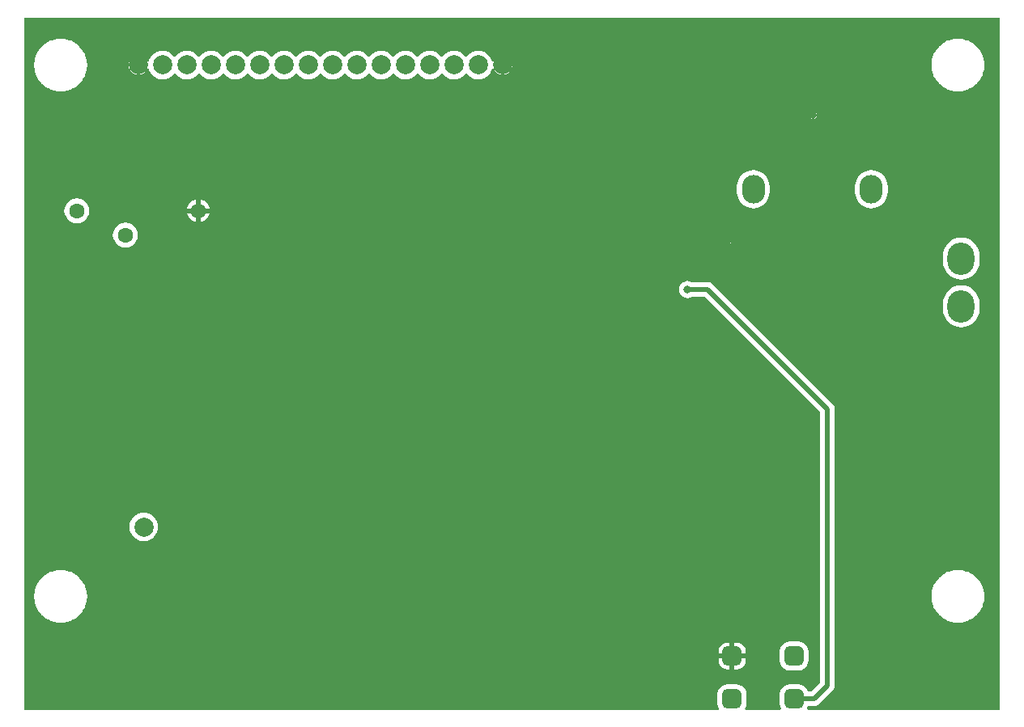
<source format=gtl>
G04 Layer_Physical_Order=1*
G04 Layer_Color=255*
%FSLAX44Y44*%
%MOMM*%
G71*
G01*
G75*
%ADD10C,0.5000*%
G04:AMPARAMS|DCode=11|XSize=2mm|YSize=2mm|CornerRadius=0.5mm|HoleSize=0mm|Usage=FLASHONLY|Rotation=0.000|XOffset=0mm|YOffset=0mm|HoleType=Round|Shape=RoundedRectangle|*
%AMROUNDEDRECTD11*
21,1,2.0000,1.0000,0,0,0.0*
21,1,1.0000,2.0000,0,0,0.0*
1,1,1.0000,0.5000,-0.5000*
1,1,1.0000,-0.5000,-0.5000*
1,1,1.0000,-0.5000,0.5000*
1,1,1.0000,0.5000,0.5000*
%
%ADD11ROUNDEDRECTD11*%
%ADD12O,2.4000X3.0000*%
%ADD13C,1.6000*%
%ADD14C,2.0000*%
%ADD15O,2.8000X3.4000*%
%ADD16C,0.8000*%
G36*
X1034902Y57598D02*
X834486D01*
X833924Y58737D01*
X833985Y58816D01*
X834992Y61249D01*
X834998Y61294D01*
X841359D01*
X843317Y61552D01*
X845142Y62308D01*
X846708Y63510D01*
X860349Y77151D01*
X860349Y77151D01*
X861551Y78718D01*
X862307Y80542D01*
X862565Y82500D01*
Y372500D01*
X862307Y374458D01*
X861551Y376282D01*
X860349Y377849D01*
X735349Y502849D01*
X733782Y504051D01*
X731958Y504807D01*
X730000Y505065D01*
X713739D01*
X713353Y505361D01*
X711163Y506268D01*
X708814Y506578D01*
X706464Y506268D01*
X704275Y505361D01*
X702395Y503919D01*
X700952Y502039D01*
X700045Y499850D01*
X699736Y497500D01*
X700045Y495150D01*
X700952Y492961D01*
X702395Y491081D01*
X704275Y489638D01*
X706464Y488732D01*
X708814Y488422D01*
X711163Y488732D01*
X713353Y489638D01*
X713739Y489935D01*
X726867D01*
X847435Y369367D01*
Y85633D01*
X838226Y76424D01*
X834998D01*
X834992Y76470D01*
X833985Y78902D01*
X832382Y80991D01*
X830293Y82594D01*
X827860Y83602D01*
X825250Y83946D01*
X815250D01*
X812639Y83602D01*
X810206Y82594D01*
X808118Y80991D01*
X806515Y78902D01*
X805507Y76470D01*
X805163Y73859D01*
Y63859D01*
X805507Y61249D01*
X806515Y58816D01*
X806575Y58737D01*
X806013Y57598D01*
X769486D01*
X768924Y58737D01*
X768985Y58816D01*
X769992Y61249D01*
X770336Y63859D01*
Y73859D01*
X769992Y76470D01*
X768985Y78902D01*
X767382Y80991D01*
X765293Y82594D01*
X762860Y83602D01*
X760250Y83946D01*
X750250D01*
X747639Y83602D01*
X745206Y82594D01*
X743118Y80991D01*
X741515Y78902D01*
X740507Y76470D01*
X740163Y73859D01*
Y63859D01*
X740507Y61249D01*
X741515Y58816D01*
X741575Y58737D01*
X741014Y57598D01*
X15098D01*
Y782402D01*
X1034902D01*
Y57598D01*
D02*
G37*
%LPC*%
G36*
X120800Y567712D02*
X117406Y567265D01*
X114244Y565956D01*
X111528Y563872D01*
X109445Y561156D01*
X108135Y557994D01*
X107688Y554600D01*
X108135Y551206D01*
X109445Y548044D01*
X111528Y545328D01*
X114244Y543245D01*
X117406Y541935D01*
X120800Y541488D01*
X124194Y541935D01*
X127356Y543245D01*
X130072Y545328D01*
X132156Y548044D01*
X133465Y551206D01*
X133912Y554600D01*
X133465Y557994D01*
X132156Y561156D01*
X130072Y563872D01*
X127356Y565956D01*
X124194Y567265D01*
X120800Y567712D01*
D02*
G37*
G36*
X756230Y546230D02*
X753674D01*
X753732Y545939D01*
X754616Y544616D01*
X755939Y543732D01*
X756230Y543674D01*
Y546230D01*
D02*
G37*
G36*
X995000Y502092D02*
X991275Y501725D01*
X987694Y500639D01*
X984393Y498874D01*
X981500Y496500D01*
X979126Y493607D01*
X977361Y490306D01*
X976275Y486725D01*
X975908Y483000D01*
Y477000D01*
X976275Y473275D01*
X977361Y469694D01*
X979126Y466393D01*
X981500Y463500D01*
X984393Y461126D01*
X987694Y459361D01*
X991275Y458275D01*
X995000Y457908D01*
X998725Y458275D01*
X1002306Y459361D01*
X1005607Y461126D01*
X1008500Y463500D01*
X1010874Y466393D01*
X1012639Y469694D01*
X1013725Y473275D01*
X1014092Y477000D01*
Y483000D01*
X1013725Y486725D01*
X1012639Y490306D01*
X1010874Y493607D01*
X1008500Y496500D01*
X1005607Y498874D01*
X1002306Y500639D01*
X998725Y501725D01*
X995000Y502092D01*
D02*
G37*
G36*
Y552092D02*
X991275Y551725D01*
X987694Y550639D01*
X984393Y548874D01*
X981500Y546500D01*
X979126Y543607D01*
X977361Y540306D01*
X976275Y536725D01*
X975908Y533000D01*
Y527000D01*
X976275Y523275D01*
X977361Y519694D01*
X979126Y516393D01*
X981500Y513500D01*
X984393Y511126D01*
X987694Y509361D01*
X991275Y508275D01*
X995000Y507908D01*
X998725Y508275D01*
X1002306Y509361D01*
X1005607Y511126D01*
X1008500Y513500D01*
X1010874Y516393D01*
X1012639Y519694D01*
X1013725Y523275D01*
X1014092Y527000D01*
Y533000D01*
X1013725Y536725D01*
X1012639Y540306D01*
X1010874Y543607D01*
X1008500Y546500D01*
X1005607Y548874D01*
X1002306Y550639D01*
X998725Y551725D01*
X995000Y552092D01*
D02*
G37*
G36*
X758770Y551326D02*
Y548770D01*
X761326D01*
X761268Y549061D01*
X760384Y550384D01*
X759061Y551268D01*
X758770Y551326D01*
D02*
G37*
G36*
X70000Y593112D02*
X66606Y592665D01*
X63444Y591356D01*
X60728Y589272D01*
X58645Y586556D01*
X57335Y583394D01*
X56888Y580000D01*
X57335Y576606D01*
X58645Y573444D01*
X60728Y570728D01*
X63444Y568645D01*
X66606Y567335D01*
X70000Y566888D01*
X73394Y567335D01*
X76556Y568645D01*
X79272Y570728D01*
X81355Y573444D01*
X82665Y576606D01*
X83112Y580000D01*
X82665Y583394D01*
X81355Y586556D01*
X79272Y589272D01*
X76556Y591356D01*
X73394Y592665D01*
X70000Y593112D01*
D02*
G37*
G36*
X761326Y546230D02*
X758770D01*
Y543674D01*
X759061Y543732D01*
X760384Y544616D01*
X761268Y545939D01*
X761326Y546230D01*
D02*
G37*
G36*
X756230Y551326D02*
X755939Y551268D01*
X754616Y550384D01*
X753732Y549061D01*
X753674Y548770D01*
X756230D01*
Y551326D01*
D02*
G37*
G36*
X769327Y111359D02*
X757750D01*
Y99782D01*
X760250D01*
X762599Y100091D01*
X764788Y100998D01*
X766668Y102440D01*
X768111Y104320D01*
X769018Y106510D01*
X769327Y108859D01*
Y111359D01*
D02*
G37*
G36*
X752750Y127937D02*
X750250D01*
X747900Y127627D01*
X745711Y126721D01*
X743831Y125278D01*
X742388Y123398D01*
X741481Y121209D01*
X741172Y118859D01*
Y116359D01*
X752750D01*
Y127937D01*
D02*
G37*
G36*
X825250Y128946D02*
X815250D01*
X812639Y128602D01*
X810207Y127594D01*
X808118Y125991D01*
X806515Y123902D01*
X805507Y121470D01*
X805163Y118859D01*
Y108859D01*
X805507Y106249D01*
X806515Y103816D01*
X808118Y101727D01*
X810207Y100124D01*
X812639Y99117D01*
X815250Y98773D01*
X825250D01*
X827860Y99117D01*
X830293Y100124D01*
X832382Y101727D01*
X833985Y103816D01*
X834992Y106249D01*
X835336Y108859D01*
Y118859D01*
X834992Y121470D01*
X833985Y123902D01*
X832382Y125991D01*
X830293Y127594D01*
X827860Y128602D01*
X825250Y128946D01*
D02*
G37*
G36*
X752750Y111359D02*
X741172D01*
Y108859D01*
X741481Y106510D01*
X742388Y104320D01*
X743831Y102440D01*
X745711Y100998D01*
X747900Y100091D01*
X750250Y99782D01*
X752750D01*
Y111359D01*
D02*
G37*
G36*
X991550Y203947D02*
X991302Y203897D01*
X991050Y203922D01*
X986640Y203488D01*
X986159Y203342D01*
X985659Y203293D01*
X981418Y202006D01*
X980975Y201770D01*
X980495Y201624D01*
X976586Y199535D01*
X976198Y199216D01*
X975755Y198979D01*
X972329Y196168D01*
X972010Y195779D01*
X971622Y195461D01*
X968811Y192035D01*
X968574Y191592D01*
X968255Y191204D01*
X966166Y187295D01*
X966020Y186815D01*
X965784Y186372D01*
X964497Y182131D01*
X964448Y181631D01*
X964302Y181150D01*
X963868Y176740D01*
X963917Y176240D01*
X963868Y175740D01*
X964302Y171330D01*
X964448Y170849D01*
X964497Y170349D01*
X965784Y166108D01*
X966020Y165665D01*
X966166Y165185D01*
X968255Y161276D01*
X968574Y160888D01*
X968811Y160445D01*
X971622Y157019D01*
X972010Y156700D01*
X972329Y156312D01*
X975755Y153501D01*
X976198Y153264D01*
X976586Y152945D01*
X980495Y150856D01*
X980975Y150710D01*
X981418Y150474D01*
X985659Y149187D01*
X986159Y149138D01*
X986640Y148992D01*
X991050Y148558D01*
X991302Y148582D01*
X991550Y148533D01*
X991798Y148582D01*
X992050Y148558D01*
X996460Y148992D01*
X996941Y149138D01*
X997441Y149187D01*
X1001682Y150474D01*
X1002125Y150710D01*
X1002605Y150856D01*
X1006514Y152945D01*
X1006902Y153264D01*
X1007345Y153501D01*
X1010771Y156312D01*
X1011089Y156700D01*
X1011478Y157019D01*
X1014289Y160445D01*
X1014526Y160888D01*
X1014845Y161276D01*
X1016934Y165185D01*
X1017080Y165665D01*
X1017316Y166108D01*
X1018603Y170349D01*
X1018652Y170849D01*
X1018798Y171330D01*
X1019232Y175740D01*
X1019183Y176240D01*
X1019232Y176740D01*
X1018798Y181150D01*
X1018652Y181631D01*
X1018603Y182131D01*
X1017316Y186372D01*
X1017080Y186815D01*
X1016934Y187295D01*
X1014845Y191204D01*
X1014526Y191592D01*
X1014289Y192035D01*
X1011478Y195461D01*
X1011089Y195779D01*
X1010771Y196168D01*
X1007345Y198979D01*
X1006902Y199216D01*
X1006514Y199535D01*
X1002605Y201624D01*
X1002125Y201770D01*
X1001682Y202006D01*
X997441Y203293D01*
X996941Y203342D01*
X996460Y203488D01*
X992050Y203922D01*
X991798Y203897D01*
X991550Y203947D01*
D02*
G37*
G36*
X140000Y264072D02*
X137059Y263783D01*
X134232Y262925D01*
X131626Y261532D01*
X129342Y259658D01*
X127468Y257374D01*
X126075Y254768D01*
X125217Y251940D01*
X124927Y249000D01*
X125217Y246059D01*
X126075Y243232D01*
X127468Y240626D01*
X129342Y238342D01*
X131626Y236468D01*
X134232Y235075D01*
X137059Y234217D01*
X140000Y233927D01*
X142941Y234217D01*
X145768Y235075D01*
X148374Y236468D01*
X150658Y238342D01*
X152532Y240626D01*
X153925Y243232D01*
X154783Y246059D01*
X155073Y249000D01*
X154783Y251940D01*
X153925Y254768D01*
X152532Y257374D01*
X150658Y259658D01*
X148374Y261532D01*
X145768Y262925D01*
X142941Y263783D01*
X140000Y264072D01*
D02*
G37*
G36*
X760250Y127937D02*
X757750D01*
Y116359D01*
X769327D01*
Y118859D01*
X769018Y121209D01*
X768111Y123398D01*
X766668Y125278D01*
X764788Y126721D01*
X762599Y127627D01*
X760250Y127937D01*
D02*
G37*
G36*
X53020Y203947D02*
X52772Y203897D01*
X52520Y203922D01*
X48110Y203488D01*
X47629Y203342D01*
X47129Y203293D01*
X42888Y202006D01*
X42445Y201770D01*
X41965Y201624D01*
X38056Y199535D01*
X37668Y199216D01*
X37225Y198979D01*
X33799Y196168D01*
X33481Y195779D01*
X33092Y195461D01*
X30281Y192035D01*
X30044Y191592D01*
X29725Y191204D01*
X27636Y187295D01*
X27490Y186815D01*
X27254Y186372D01*
X25967Y182131D01*
X25918Y181631D01*
X25772Y181150D01*
X25338Y176740D01*
X25387Y176240D01*
X25338Y175740D01*
X25772Y171330D01*
X25918Y170849D01*
X25967Y170349D01*
X27254Y166108D01*
X27490Y165665D01*
X27636Y165185D01*
X29725Y161276D01*
X30044Y160888D01*
X30281Y160445D01*
X33092Y157019D01*
X33481Y156700D01*
X33799Y156312D01*
X37225Y153501D01*
X37668Y153264D01*
X38056Y152945D01*
X41965Y150856D01*
X42445Y150710D01*
X42888Y150474D01*
X47129Y149187D01*
X47629Y149138D01*
X48110Y148992D01*
X52520Y148558D01*
X52772Y148582D01*
X53020Y148533D01*
X53268Y148582D01*
X53520Y148558D01*
X57930Y148992D01*
X58411Y149138D01*
X58911Y149187D01*
X63152Y150474D01*
X63595Y150710D01*
X64075Y150856D01*
X67984Y152945D01*
X68372Y153264D01*
X68815Y153501D01*
X72241Y156312D01*
X72559Y156700D01*
X72948Y157019D01*
X75759Y160445D01*
X75996Y160888D01*
X76315Y161276D01*
X78404Y165185D01*
X78550Y165665D01*
X78786Y166108D01*
X80073Y170349D01*
X80122Y170849D01*
X80268Y171330D01*
X80702Y175740D01*
X80653Y176240D01*
X80702Y176740D01*
X80268Y181150D01*
X80122Y181631D01*
X80073Y182131D01*
X78786Y186372D01*
X78550Y186815D01*
X78404Y187295D01*
X76315Y191204D01*
X75996Y191592D01*
X75759Y192035D01*
X72948Y195461D01*
X72559Y195779D01*
X72241Y196168D01*
X68815Y198979D01*
X68372Y199216D01*
X67984Y199535D01*
X64075Y201624D01*
X63595Y201770D01*
X63152Y202006D01*
X58911Y203293D01*
X58411Y203342D01*
X57930Y203488D01*
X53520Y203922D01*
X53268Y203897D01*
X53020Y203947D01*
D02*
G37*
G36*
X525219Y731230D02*
X516570D01*
Y722581D01*
X517911Y722757D01*
X520343Y723765D01*
X522432Y725368D01*
X524035Y727457D01*
X525043Y729890D01*
X525219Y731230D01*
D02*
G37*
G36*
X133030Y742419D02*
X131690Y742243D01*
X129257Y741235D01*
X127168Y739632D01*
X125565Y737543D01*
X124558Y735110D01*
X124381Y733770D01*
X133030D01*
Y742419D01*
D02*
G37*
G36*
X841270Y683826D02*
Y681270D01*
X843826D01*
X843768Y681561D01*
X842884Y682884D01*
X841561Y683768D01*
X841270Y683826D01*
D02*
G37*
G36*
X133030Y731230D02*
X124381D01*
X124558Y729890D01*
X125565Y727457D01*
X127168Y725368D01*
X129257Y723765D01*
X131690Y722757D01*
X133030Y722581D01*
Y731230D01*
D02*
G37*
G36*
X53020Y760207D02*
X52772Y760157D01*
X52520Y760182D01*
X48110Y759748D01*
X47629Y759602D01*
X47129Y759553D01*
X42888Y758266D01*
X42445Y758030D01*
X41965Y757884D01*
X38056Y755795D01*
X37668Y755476D01*
X37225Y755239D01*
X33799Y752428D01*
X33481Y752039D01*
X33092Y751721D01*
X30281Y748295D01*
X30044Y747852D01*
X29725Y747464D01*
X27636Y743555D01*
X27490Y743075D01*
X27254Y742632D01*
X25967Y738391D01*
X25918Y737891D01*
X25772Y737410D01*
X25338Y733000D01*
X25387Y732500D01*
X25338Y732000D01*
X25772Y727590D01*
X25918Y727109D01*
X25967Y726609D01*
X27254Y722368D01*
X27490Y721925D01*
X27636Y721445D01*
X29725Y717536D01*
X30044Y717148D01*
X30281Y716705D01*
X33092Y713279D01*
X33481Y712961D01*
X33799Y712572D01*
X37225Y709761D01*
X37668Y709524D01*
X38056Y709205D01*
X41965Y707116D01*
X42445Y706970D01*
X42888Y706734D01*
X47129Y705447D01*
X47629Y705398D01*
X48110Y705252D01*
X52520Y704818D01*
X52772Y704843D01*
X53020Y704793D01*
X53268Y704843D01*
X53520Y704818D01*
X57930Y705252D01*
X58411Y705398D01*
X58911Y705447D01*
X63152Y706734D01*
X63595Y706970D01*
X64075Y707116D01*
X67984Y709205D01*
X68372Y709524D01*
X68815Y709761D01*
X72241Y712572D01*
X72559Y712961D01*
X72948Y713279D01*
X75759Y716705D01*
X75996Y717148D01*
X76315Y717536D01*
X78404Y721445D01*
X78550Y721925D01*
X78786Y722368D01*
X80073Y726609D01*
X80122Y727109D01*
X80268Y727590D01*
X80702Y732000D01*
X80653Y732500D01*
X80702Y733000D01*
X80268Y737410D01*
X80122Y737891D01*
X80073Y738391D01*
X78786Y742632D01*
X78550Y743075D01*
X78404Y743555D01*
X76315Y747464D01*
X75996Y747852D01*
X75759Y748295D01*
X72948Y751721D01*
X72559Y752039D01*
X72241Y752428D01*
X68815Y755239D01*
X68372Y755476D01*
X67984Y755795D01*
X64075Y757884D01*
X63595Y758030D01*
X63152Y758266D01*
X58911Y759553D01*
X58411Y759602D01*
X57930Y759748D01*
X53520Y760182D01*
X53268Y760157D01*
X53020Y760207D01*
D02*
G37*
G36*
X991550Y760207D02*
X991302Y760157D01*
X991050Y760182D01*
X986639Y759748D01*
X986159Y759602D01*
X985659Y759553D01*
X981418Y758266D01*
X980975Y758030D01*
X980495Y757884D01*
X976586Y755795D01*
X976198Y755476D01*
X975755Y755239D01*
X972329Y752428D01*
X972010Y752040D01*
X971622Y751721D01*
X968811Y748295D01*
X968574Y747852D01*
X968255Y747464D01*
X966166Y743555D01*
X966020Y743075D01*
X965784Y742632D01*
X964497Y738391D01*
X964448Y737891D01*
X964302Y737411D01*
X963868Y733000D01*
X963917Y732500D01*
X963868Y732000D01*
X964302Y727590D01*
X964448Y727109D01*
X964497Y726609D01*
X965784Y722368D01*
X966020Y721925D01*
X966166Y721445D01*
X968255Y717536D01*
X968574Y717148D01*
X968811Y716705D01*
X971622Y713279D01*
X972010Y712961D01*
X972329Y712572D01*
X975755Y709761D01*
X976198Y709524D01*
X976586Y709205D01*
X980495Y707116D01*
X980975Y706970D01*
X981418Y706734D01*
X985659Y705447D01*
X986159Y705398D01*
X986639Y705252D01*
X991050Y704818D01*
X991302Y704843D01*
X991550Y704793D01*
X991798Y704843D01*
X992050Y704818D01*
X996460Y705252D01*
X996941Y705398D01*
X997441Y705447D01*
X1001682Y706734D01*
X1002125Y706970D01*
X1002605Y707116D01*
X1006514Y709205D01*
X1006902Y709524D01*
X1007345Y709761D01*
X1010771Y712572D01*
X1011089Y712961D01*
X1011478Y713279D01*
X1014289Y716705D01*
X1014526Y717148D01*
X1014845Y717536D01*
X1016934Y721445D01*
X1017080Y721925D01*
X1017316Y722368D01*
X1018603Y726609D01*
X1018652Y727109D01*
X1018798Y727590D01*
X1019232Y732000D01*
X1019183Y732500D01*
X1019232Y733000D01*
X1018798Y737411D01*
X1018652Y737891D01*
X1018603Y738391D01*
X1017316Y742632D01*
X1017080Y743075D01*
X1016934Y743555D01*
X1014845Y747464D01*
X1014526Y747852D01*
X1014289Y748295D01*
X1011478Y751721D01*
X1011089Y752040D01*
X1010771Y752428D01*
X1007345Y755239D01*
X1006902Y755476D01*
X1006514Y755795D01*
X1002605Y757884D01*
X1002125Y758030D01*
X1001682Y758266D01*
X997441Y759553D01*
X996941Y759602D01*
X996460Y759748D01*
X992050Y760182D01*
X991798Y760157D01*
X991550Y760207D01*
D02*
G37*
G36*
X516570Y742419D02*
Y733770D01*
X525219D01*
X525043Y735110D01*
X524035Y737543D01*
X522432Y739632D01*
X520343Y741235D01*
X517911Y742243D01*
X516570Y742419D01*
D02*
G37*
G36*
X489900Y747573D02*
X486959Y747283D01*
X484132Y746425D01*
X481526Y745032D01*
X479242Y743158D01*
X478018Y741666D01*
X476382D01*
X475158Y743158D01*
X472874Y745032D01*
X470268Y746425D01*
X467440Y747283D01*
X464500Y747573D01*
X461559Y747283D01*
X458732Y746425D01*
X456126Y745032D01*
X453842Y743158D01*
X452618Y741666D01*
X450982D01*
X449758Y743158D01*
X447474Y745032D01*
X444868Y746425D01*
X442040Y747283D01*
X439100Y747573D01*
X436160Y747283D01*
X433332Y746425D01*
X430726Y745032D01*
X428442Y743158D01*
X427218Y741666D01*
X425582D01*
X424358Y743158D01*
X422074Y745032D01*
X419468Y746425D01*
X416641Y747283D01*
X413700Y747573D01*
X410760Y747283D01*
X407932Y746425D01*
X405326Y745032D01*
X403042Y743158D01*
X401818Y741666D01*
X400182D01*
X398958Y743158D01*
X396674Y745032D01*
X394068Y746425D01*
X391241Y747283D01*
X388300Y747573D01*
X385359Y747283D01*
X382532Y746425D01*
X379926Y745032D01*
X377642Y743158D01*
X376418Y741666D01*
X374782D01*
X373558Y743158D01*
X371274Y745032D01*
X368668Y746425D01*
X365840Y747283D01*
X362900Y747573D01*
X359959Y747283D01*
X357132Y746425D01*
X354526Y745032D01*
X352242Y743158D01*
X351018Y741666D01*
X349382D01*
X348158Y743158D01*
X345874Y745032D01*
X343268Y746425D01*
X340440Y747283D01*
X337500Y747573D01*
X334560Y747283D01*
X331732Y746425D01*
X329126Y745032D01*
X326842Y743158D01*
X325618Y741666D01*
X323982D01*
X322758Y743158D01*
X320474Y745032D01*
X317868Y746425D01*
X315040Y747283D01*
X312100Y747573D01*
X309160Y747283D01*
X306332Y746425D01*
X303726Y745032D01*
X301442Y743158D01*
X300218Y741666D01*
X298582D01*
X297358Y743158D01*
X295074Y745032D01*
X292468Y746425D01*
X289641Y747283D01*
X286700Y747573D01*
X283759Y747283D01*
X280932Y746425D01*
X278326Y745032D01*
X276042Y743158D01*
X274818Y741666D01*
X273182D01*
X271958Y743158D01*
X269674Y745032D01*
X267068Y746425D01*
X264240Y747283D01*
X261300Y747573D01*
X258360Y747283D01*
X255532Y746425D01*
X252926Y745032D01*
X250642Y743158D01*
X249418Y741666D01*
X247782D01*
X246558Y743158D01*
X244274Y745032D01*
X241668Y746425D01*
X238841Y747283D01*
X235900Y747573D01*
X232959Y747283D01*
X230132Y746425D01*
X227526Y745032D01*
X225242Y743158D01*
X224018Y741666D01*
X222382D01*
X221158Y743158D01*
X218874Y745032D01*
X216268Y746425D01*
X213440Y747283D01*
X210500Y747573D01*
X207560Y747283D01*
X204732Y746425D01*
X202126Y745032D01*
X199842Y743158D01*
X198618Y741666D01*
X196982D01*
X195758Y743158D01*
X193474Y745032D01*
X190868Y746425D01*
X188041Y747283D01*
X185100Y747573D01*
X182160Y747283D01*
X179332Y746425D01*
X176726Y745032D01*
X174442Y743158D01*
X173218Y741666D01*
X171582D01*
X170358Y743158D01*
X168074Y745032D01*
X165468Y746425D01*
X162640Y747283D01*
X159700Y747573D01*
X156760Y747283D01*
X153932Y746425D01*
X151326Y745032D01*
X149042Y743158D01*
X147168Y740874D01*
X145775Y738268D01*
X145071Y735947D01*
X143723Y735881D01*
X143035Y737543D01*
X141432Y739632D01*
X139343Y741235D01*
X136911Y742243D01*
X135570Y742419D01*
Y732500D01*
Y722581D01*
X136911Y722757D01*
X139343Y723765D01*
X141432Y725368D01*
X143035Y727457D01*
X143723Y729119D01*
X145071Y729053D01*
X145775Y726732D01*
X147168Y724126D01*
X149042Y721842D01*
X151326Y719968D01*
X153932Y718575D01*
X156760Y717717D01*
X159700Y717427D01*
X162640Y717717D01*
X165468Y718575D01*
X168074Y719968D01*
X170358Y721842D01*
X171582Y723334D01*
X173218D01*
X174442Y721842D01*
X176726Y719968D01*
X179332Y718575D01*
X182160Y717717D01*
X185100Y717427D01*
X188041Y717717D01*
X190868Y718575D01*
X193474Y719968D01*
X195758Y721842D01*
X196982Y723334D01*
X198618D01*
X199842Y721842D01*
X202126Y719968D01*
X204732Y718575D01*
X207560Y717717D01*
X210500Y717427D01*
X213440Y717717D01*
X216268Y718575D01*
X218874Y719968D01*
X221158Y721842D01*
X222382Y723334D01*
X224018D01*
X225242Y721842D01*
X227526Y719968D01*
X230132Y718575D01*
X232959Y717717D01*
X235900Y717427D01*
X238841Y717717D01*
X241668Y718575D01*
X244274Y719968D01*
X246558Y721842D01*
X247782Y723334D01*
X249418D01*
X250642Y721842D01*
X252926Y719968D01*
X255532Y718575D01*
X258360Y717717D01*
X261300Y717427D01*
X264240Y717717D01*
X267068Y718575D01*
X269674Y719968D01*
X271958Y721842D01*
X273182Y723334D01*
X274818D01*
X276042Y721842D01*
X278326Y719968D01*
X280932Y718575D01*
X283759Y717717D01*
X286700Y717427D01*
X289641Y717717D01*
X292468Y718575D01*
X295074Y719968D01*
X297358Y721842D01*
X298582Y723334D01*
X300218D01*
X301442Y721842D01*
X303726Y719968D01*
X306332Y718575D01*
X309160Y717717D01*
X312100Y717427D01*
X315040Y717717D01*
X317868Y718575D01*
X320474Y719968D01*
X322758Y721842D01*
X323982Y723334D01*
X325618D01*
X326842Y721842D01*
X329126Y719968D01*
X331732Y718575D01*
X334560Y717717D01*
X337500Y717427D01*
X340440Y717717D01*
X343268Y718575D01*
X345874Y719968D01*
X348158Y721842D01*
X349382Y723334D01*
X351018D01*
X352242Y721842D01*
X354526Y719968D01*
X357132Y718575D01*
X359959Y717717D01*
X362900Y717427D01*
X365840Y717717D01*
X368668Y718575D01*
X371274Y719968D01*
X373558Y721842D01*
X374782Y723334D01*
X376418D01*
X377642Y721842D01*
X379926Y719968D01*
X382532Y718575D01*
X385359Y717717D01*
X388300Y717427D01*
X391241Y717717D01*
X394068Y718575D01*
X396674Y719968D01*
X398958Y721842D01*
X400182Y723334D01*
X401818D01*
X403042Y721842D01*
X405326Y719968D01*
X407932Y718575D01*
X410760Y717717D01*
X413700Y717427D01*
X416641Y717717D01*
X419468Y718575D01*
X422074Y719968D01*
X424358Y721842D01*
X425582Y723334D01*
X427218D01*
X428442Y721842D01*
X430726Y719968D01*
X433332Y718575D01*
X436160Y717717D01*
X439100Y717427D01*
X442040Y717717D01*
X444868Y718575D01*
X447474Y719968D01*
X449758Y721842D01*
X450982Y723334D01*
X452618D01*
X453842Y721842D01*
X456126Y719968D01*
X458732Y718575D01*
X461559Y717717D01*
X464500Y717427D01*
X467440Y717717D01*
X470268Y718575D01*
X472874Y719968D01*
X475158Y721842D01*
X476382Y723334D01*
X478018D01*
X479242Y721842D01*
X481526Y719968D01*
X484132Y718575D01*
X486959Y717717D01*
X489900Y717427D01*
X492840Y717717D01*
X495668Y718575D01*
X498274Y719968D01*
X500558Y721842D01*
X502432Y724126D01*
X503825Y726732D01*
X504529Y729053D01*
X505877Y729119D01*
X506565Y727457D01*
X508168Y725368D01*
X510257Y723765D01*
X512690Y722757D01*
X514030Y722581D01*
Y732500D01*
Y742419D01*
X512690Y742243D01*
X510257Y741235D01*
X508168Y739632D01*
X506565Y737543D01*
X505877Y735881D01*
X504529Y735947D01*
X503825Y738268D01*
X502432Y740874D01*
X500558Y743158D01*
X498274Y745032D01*
X495668Y746425D01*
X492840Y747283D01*
X489900Y747573D01*
D02*
G37*
G36*
X838730Y683826D02*
X838439Y683768D01*
X837116Y682884D01*
X836232Y681561D01*
X836174Y681270D01*
X838730D01*
Y683826D01*
D02*
G37*
G36*
X777500Y622582D02*
X774167Y622254D01*
X770963Y621282D01*
X768010Y619703D01*
X765421Y617579D01*
X763297Y614990D01*
X761718Y612037D01*
X760746Y608833D01*
X760418Y605500D01*
Y599500D01*
X760746Y596167D01*
X761718Y592963D01*
X763297Y590010D01*
X765421Y587421D01*
X768010Y585297D01*
X770963Y583718D01*
X774167Y582746D01*
X777500Y582418D01*
X780833Y582746D01*
X784037Y583718D01*
X786990Y585297D01*
X789579Y587421D01*
X791703Y590010D01*
X793282Y592963D01*
X794254Y596167D01*
X794582Y599500D01*
Y605500D01*
X794254Y608833D01*
X793282Y612037D01*
X791703Y614990D01*
X789579Y617579D01*
X786990Y619703D01*
X784037Y621282D01*
X780833Y622254D01*
X777500Y622582D01*
D02*
G37*
G36*
X900900D02*
X897567Y622254D01*
X894363Y621282D01*
X891410Y619703D01*
X888821Y617579D01*
X886697Y614990D01*
X885118Y612037D01*
X884146Y608833D01*
X883818Y605500D01*
Y599500D01*
X884146Y596167D01*
X885118Y592963D01*
X886697Y590010D01*
X888821Y587421D01*
X891410Y585297D01*
X894363Y583718D01*
X897567Y582746D01*
X900900Y582418D01*
X904233Y582746D01*
X907437Y583718D01*
X910390Y585297D01*
X912979Y587421D01*
X915103Y590010D01*
X916682Y592963D01*
X917654Y596167D01*
X917982Y599500D01*
Y605500D01*
X917654Y608833D01*
X916682Y612037D01*
X915103Y614990D01*
X912979Y617579D01*
X910390Y619703D01*
X907437Y621282D01*
X904233Y622254D01*
X900900Y622582D01*
D02*
G37*
G36*
X194500Y577500D02*
X185226D01*
X185309Y576867D01*
X186518Y573948D01*
X188442Y571441D01*
X190948Y569518D01*
X193867Y568309D01*
X194500Y568226D01*
Y577500D01*
D02*
G37*
G36*
X208774D02*
X199500D01*
Y568226D01*
X200133Y568309D01*
X203052Y569518D01*
X205558Y571441D01*
X207482Y573948D01*
X208691Y576867D01*
X208774Y577500D01*
D02*
G37*
G36*
X838730Y678730D02*
X836174D01*
X836232Y678439D01*
X837116Y677116D01*
X838439Y676232D01*
X838730Y676174D01*
Y678730D01*
D02*
G37*
G36*
X843826D02*
X841270D01*
Y676174D01*
X841561Y676232D01*
X842884Y677116D01*
X843768Y678439D01*
X843826Y678730D01*
D02*
G37*
G36*
X194500Y591774D02*
X193867Y591691D01*
X190948Y590482D01*
X188442Y588559D01*
X186518Y586052D01*
X185309Y583133D01*
X185226Y582500D01*
X194500D01*
Y591774D01*
D02*
G37*
G36*
X199500D02*
Y582500D01*
X208774D01*
X208691Y583133D01*
X207482Y586052D01*
X205558Y588559D01*
X203052Y590482D01*
X200133Y591691D01*
X199500Y591774D01*
D02*
G37*
%LPD*%
D10*
X820250Y68859D02*
X841359D01*
X855000Y82500D01*
Y372500D01*
X730000Y497500D02*
X855000Y372500D01*
X708814Y497500D02*
X730000D01*
D11*
X755250Y113859D02*
D03*
Y68859D02*
D03*
X820250D02*
D03*
X820250Y113859D02*
D03*
D12*
X900900Y602500D02*
D03*
X777500D02*
D03*
D13*
X197000Y580000D02*
D03*
X70000D02*
D03*
X120800Y554600D02*
D03*
D14*
X140000Y445000D02*
D03*
Y249000D02*
D03*
X261300Y732500D02*
D03*
X286700D02*
D03*
X312100D02*
D03*
X235900D02*
D03*
X185100D02*
D03*
X210500D02*
D03*
X159700D02*
D03*
X134300D02*
D03*
X464500D02*
D03*
X489900D02*
D03*
X515300D02*
D03*
X439100D02*
D03*
X388300D02*
D03*
X413700D02*
D03*
X362900D02*
D03*
X337500D02*
D03*
D15*
X995000Y530000D02*
D03*
Y480000D02*
D03*
Y430000D02*
D03*
D16*
X757500Y547500D02*
D03*
X840000Y680000D02*
D03*
X708814Y497500D02*
D03*
M02*

</source>
